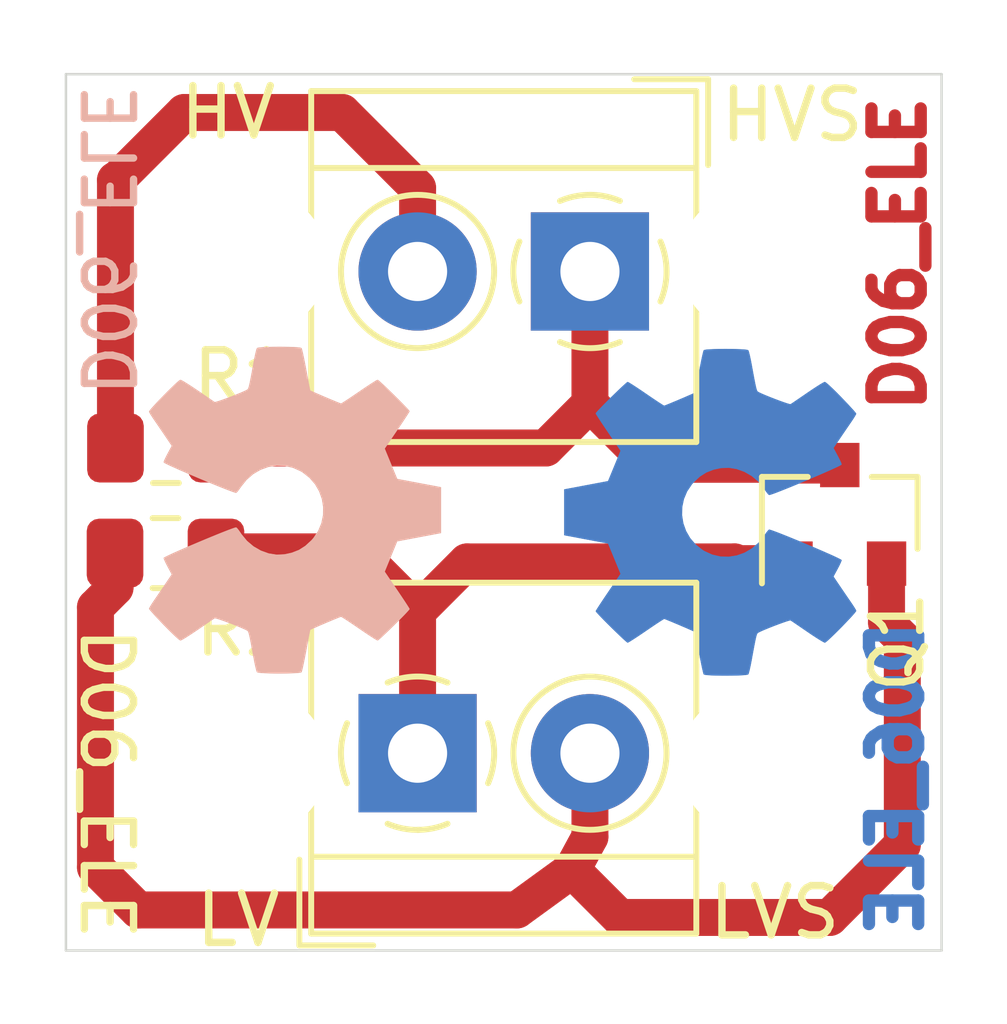
<source format=kicad_pcb>
(kicad_pcb (version 20171130) (host pcbnew 5.1.5-52549c5~86~ubuntu18.04.1)

  (general
    (thickness 1.6)
    (drawings 12)
    (tracks 38)
    (zones 0)
    (modules 11)
    (nets 5)
  )

  (page A4)
  (title_block
    (title "D06 ELECTRONIC")
    (company Galopago)
  )

  (layers
    (0 F.Cu signal)
    (31 B.Cu signal)
    (32 B.Adhes user)
    (33 F.Adhes user)
    (34 B.Paste user)
    (35 F.Paste user)
    (36 B.SilkS user)
    (37 F.SilkS user)
    (38 B.Mask user)
    (39 F.Mask user)
    (40 Dwgs.User user)
    (41 Cmts.User user)
    (42 Eco1.User user)
    (43 Eco2.User user)
    (44 Edge.Cuts user)
    (45 Margin user)
    (46 B.CrtYd user)
    (47 F.CrtYd user)
    (48 B.Fab user)
    (49 F.Fab user)
  )

  (setup
    (last_trace_width 0.75)
    (trace_clearance 0.2)
    (zone_clearance 0.508)
    (zone_45_only no)
    (trace_min 0.2)
    (via_size 0.8)
    (via_drill 0.4)
    (via_min_size 0.4)
    (via_min_drill 0.3)
    (uvia_size 0.3)
    (uvia_drill 0.1)
    (uvias_allowed no)
    (uvia_min_size 0.2)
    (uvia_min_drill 0.1)
    (edge_width 0.05)
    (segment_width 0.2)
    (pcb_text_width 0.3)
    (pcb_text_size 1.5 1.5)
    (mod_edge_width 0.12)
    (mod_text_size 1 1)
    (mod_text_width 0.15)
    (pad_size 3 3)
    (pad_drill 3)
    (pad_to_mask_clearance 0.051)
    (solder_mask_min_width 0.25)
    (aux_axis_origin 0 0)
    (visible_elements FFFFFF7F)
    (pcbplotparams
      (layerselection 0x010fc_ffffffff)
      (usegerberextensions false)
      (usegerberattributes false)
      (usegerberadvancedattributes false)
      (creategerberjobfile false)
      (excludeedgelayer true)
      (linewidth 0.100000)
      (plotframeref false)
      (viasonmask false)
      (mode 1)
      (useauxorigin false)
      (hpglpennumber 1)
      (hpglpenspeed 20)
      (hpglpendiameter 15.000000)
      (psnegative false)
      (psa4output false)
      (plotreference true)
      (plotvalue true)
      (plotinvisibletext false)
      (padsonsilk false)
      (subtractmaskfromsilk false)
      (outputformat 1)
      (mirror false)
      (drillshape 0)
      (scaleselection 1)
      (outputdirectory "gerber/single/"))
  )

  (net 0 "")
  (net 1 "Net-(J4-Pad2)")
  (net 2 "Net-(J4-Pad1)")
  (net 3 "Net-(J5-Pad2)")
  (net 4 "Net-(J5-Pad1)")

  (net_class Default "This is the default net class."
    (clearance 0.2)
    (trace_width 0.75)
    (via_dia 0.8)
    (via_drill 0.4)
    (uvia_dia 0.3)
    (uvia_drill 0.1)
    (add_net "Net-(J4-Pad1)")
    (add_net "Net-(J4-Pad2)")
    (add_net "Net-(J5-Pad1)")
    (add_net "Net-(J5-Pad2)")
  )

  (module Symbol:OSHW-Symbol_6.7x6mm_Copper (layer B.Cu) (tedit 0) (tstamp 5F868198)
    (at 33.0962 28.8798 270)
    (descr "Open Source Hardware Symbol")
    (tags "Logo Symbol OSHW")
    (attr virtual)
    (fp_text reference REF** (at 0 0 90) (layer B.SilkS) hide
      (effects (font (size 1 1) (thickness 0.15)) (justify mirror))
    )
    (fp_text value OSHW-Symbol_6.7x6mm_Copper (at 0.75 0 90) (layer B.Fab) hide
      (effects (font (size 1 1) (thickness 0.15)) (justify mirror))
    )
    (fp_poly (pts (xy 0.555814 2.531069) (xy 0.639635 2.086445) (xy 0.94892 1.958947) (xy 1.258206 1.831449)
      (xy 1.629246 2.083754) (xy 1.733157 2.154004) (xy 1.827087 2.216728) (xy 1.906652 2.269062)
      (xy 1.96747 2.308143) (xy 2.005157 2.331107) (xy 2.015421 2.336058) (xy 2.03391 2.323324)
      (xy 2.07342 2.288118) (xy 2.129522 2.234938) (xy 2.197787 2.168282) (xy 2.273786 2.092646)
      (xy 2.353092 2.012528) (xy 2.431275 1.932426) (xy 2.503907 1.856836) (xy 2.566559 1.790255)
      (xy 2.614803 1.737182) (xy 2.64421 1.702113) (xy 2.651241 1.690377) (xy 2.641123 1.66874)
      (xy 2.612759 1.621338) (xy 2.569129 1.552807) (xy 2.513218 1.467785) (xy 2.448006 1.370907)
      (xy 2.410219 1.31565) (xy 2.341343 1.214752) (xy 2.28014 1.123701) (xy 2.229578 1.04703)
      (xy 2.192628 0.989272) (xy 2.172258 0.954957) (xy 2.169197 0.947746) (xy 2.176136 0.927252)
      (xy 2.195051 0.879487) (xy 2.223087 0.811168) (xy 2.257391 0.729011) (xy 2.295109 0.63973)
      (xy 2.333387 0.550042) (xy 2.36937 0.466662) (xy 2.400206 0.396306) (xy 2.423039 0.34569)
      (xy 2.435017 0.321529) (xy 2.435724 0.320578) (xy 2.454531 0.315964) (xy 2.504618 0.305672)
      (xy 2.580793 0.290713) (xy 2.677865 0.272099) (xy 2.790643 0.250841) (xy 2.856442 0.238582)
      (xy 2.97695 0.215638) (xy 3.085797 0.193805) (xy 3.177476 0.174278) (xy 3.246481 0.158252)
      (xy 3.287304 0.146921) (xy 3.295511 0.143326) (xy 3.303548 0.118994) (xy 3.310033 0.064041)
      (xy 3.31497 -0.015108) (xy 3.318364 -0.112026) (xy 3.320218 -0.220287) (xy 3.320538 -0.333465)
      (xy 3.319327 -0.445135) (xy 3.31659 -0.548868) (xy 3.312331 -0.638241) (xy 3.306555 -0.706826)
      (xy 3.299267 -0.748197) (xy 3.294895 -0.75681) (xy 3.268764 -0.767133) (xy 3.213393 -0.781892)
      (xy 3.136107 -0.799352) (xy 3.04423 -0.81778) (xy 3.012158 -0.823741) (xy 2.857524 -0.852066)
      (xy 2.735375 -0.874876) (xy 2.641673 -0.89308) (xy 2.572384 -0.907583) (xy 2.523471 -0.919292)
      (xy 2.490897 -0.929115) (xy 2.470628 -0.937956) (xy 2.458626 -0.946724) (xy 2.456947 -0.948457)
      (xy 2.440184 -0.976371) (xy 2.414614 -1.030695) (xy 2.382788 -1.104777) (xy 2.34726 -1.191965)
      (xy 2.310583 -1.285608) (xy 2.275311 -1.379052) (xy 2.243996 -1.465647) (xy 2.219193 -1.53874)
      (xy 2.203454 -1.591678) (xy 2.199332 -1.617811) (xy 2.199676 -1.618726) (xy 2.213641 -1.640086)
      (xy 2.245322 -1.687084) (xy 2.291391 -1.754827) (xy 2.348518 -1.838423) (xy 2.413373 -1.932982)
      (xy 2.431843 -1.959854) (xy 2.497699 -2.057275) (xy 2.55565 -2.146163) (xy 2.602538 -2.221412)
      (xy 2.635207 -2.27792) (xy 2.6505 -2.310581) (xy 2.651241 -2.314593) (xy 2.638392 -2.335684)
      (xy 2.602888 -2.377464) (xy 2.549293 -2.435445) (xy 2.482171 -2.505135) (xy 2.406087 -2.582045)
      (xy 2.325604 -2.661683) (xy 2.245287 -2.739561) (xy 2.169699 -2.811186) (xy 2.103405 -2.87207)
      (xy 2.050969 -2.917721) (xy 2.016955 -2.94365) (xy 2.007545 -2.947883) (xy 1.985643 -2.937912)
      (xy 1.9408 -2.91102) (xy 1.880321 -2.871736) (xy 1.833789 -2.840117) (xy 1.749475 -2.782098)
      (xy 1.649626 -2.713784) (xy 1.549473 -2.645579) (xy 1.495627 -2.609075) (xy 1.313371 -2.4858)
      (xy 1.160381 -2.56852) (xy 1.090682 -2.604759) (xy 1.031414 -2.632926) (xy 0.991311 -2.648991)
      (xy 0.981103 -2.651226) (xy 0.968829 -2.634722) (xy 0.944613 -2.588082) (xy 0.910263 -2.515609)
      (xy 0.867588 -2.421606) (xy 0.818394 -2.310374) (xy 0.76449 -2.186215) (xy 0.707684 -2.053432)
      (xy 0.649782 -1.916327) (xy 0.592593 -1.779202) (xy 0.537924 -1.646358) (xy 0.487584 -1.522098)
      (xy 0.44338 -1.410725) (xy 0.407119 -1.316539) (xy 0.380609 -1.243844) (xy 0.365658 -1.196941)
      (xy 0.363254 -1.180833) (xy 0.382311 -1.160286) (xy 0.424036 -1.126933) (xy 0.479706 -1.087702)
      (xy 0.484378 -1.084599) (xy 0.628264 -0.969423) (xy 0.744283 -0.835053) (xy 0.83143 -0.685784)
      (xy 0.888699 -0.525913) (xy 0.915086 -0.359737) (xy 0.909585 -0.191552) (xy 0.87119 -0.025655)
      (xy 0.798895 0.133658) (xy 0.777626 0.168513) (xy 0.666996 0.309263) (xy 0.536302 0.422286)
      (xy 0.390064 0.506997) (xy 0.232808 0.562806) (xy 0.069057 0.589126) (xy -0.096667 0.58537)
      (xy -0.259838 0.55095) (xy -0.415935 0.485277) (xy -0.560433 0.387765) (xy -0.605131 0.348187)
      (xy -0.718888 0.224297) (xy -0.801782 0.093876) (xy -0.858644 -0.052315) (xy -0.890313 -0.197088)
      (xy -0.898131 -0.35986) (xy -0.872062 -0.52344) (xy -0.814755 -0.682298) (xy -0.728856 -0.830906)
      (xy -0.617014 -0.963735) (xy -0.481877 -1.075256) (xy -0.464117 -1.087011) (xy -0.40785 -1.125508)
      (xy -0.365077 -1.158863) (xy -0.344628 -1.18016) (xy -0.344331 -1.180833) (xy -0.348721 -1.203871)
      (xy -0.366124 -1.256157) (xy -0.394732 -1.33339) (xy -0.432735 -1.431268) (xy -0.478326 -1.545491)
      (xy -0.529697 -1.671758) (xy -0.585038 -1.805767) (xy -0.642542 -1.943218) (xy -0.700399 -2.079808)
      (xy -0.756802 -2.211237) (xy -0.809942 -2.333205) (xy -0.85801 -2.441409) (xy -0.899199 -2.531549)
      (xy -0.931699 -2.599323) (xy -0.953703 -2.64043) (xy -0.962564 -2.651226) (xy -0.98964 -2.642819)
      (xy -1.040303 -2.620272) (xy -1.105817 -2.587613) (xy -1.141841 -2.56852) (xy -1.294832 -2.4858)
      (xy -1.477088 -2.609075) (xy -1.570125 -2.672228) (xy -1.671985 -2.741727) (xy -1.767438 -2.807165)
      (xy -1.81525 -2.840117) (xy -1.882495 -2.885273) (xy -1.939436 -2.921057) (xy -1.978646 -2.942938)
      (xy -1.991381 -2.947563) (xy -2.009917 -2.935085) (xy -2.050941 -2.900252) (xy -2.110475 -2.846678)
      (xy -2.184542 -2.777983) (xy -2.269165 -2.697781) (xy -2.322685 -2.646286) (xy -2.416319 -2.554286)
      (xy -2.497241 -2.471999) (xy -2.562177 -2.402945) (xy -2.607858 -2.350644) (xy -2.631011 -2.318616)
      (xy -2.633232 -2.312116) (xy -2.622924 -2.287394) (xy -2.594439 -2.237405) (xy -2.550937 -2.167212)
      (xy -2.495577 -2.081875) (xy -2.43152 -1.986456) (xy -2.413303 -1.959854) (xy -2.346927 -1.863167)
      (xy -2.287378 -1.776117) (xy -2.237984 -1.703595) (xy -2.202075 -1.650493) (xy -2.182981 -1.621703)
      (xy -2.181136 -1.618726) (xy -2.183895 -1.595782) (xy -2.198538 -1.545336) (xy -2.222513 -1.474041)
      (xy -2.253266 -1.388547) (xy -2.288244 -1.295507) (xy -2.324893 -1.201574) (xy -2.360661 -1.113399)
      (xy -2.392994 -1.037634) (xy -2.419338 -0.980931) (xy -2.437142 -0.949943) (xy -2.438407 -0.948457)
      (xy -2.449294 -0.939601) (xy -2.467682 -0.930843) (xy -2.497606 -0.921277) (xy -2.543103 -0.909996)
      (xy -2.608209 -0.896093) (xy -2.696961 -0.878663) (xy -2.813393 -0.856798) (xy -2.961542 -0.829591)
      (xy -2.993618 -0.823741) (xy -3.088686 -0.805374) (xy -3.171565 -0.787405) (xy -3.23493 -0.771569)
      (xy -3.271458 -0.7596) (xy -3.276356 -0.75681) (xy -3.284427 -0.732072) (xy -3.290987 -0.67679)
      (xy -3.296033 -0.597389) (xy -3.299559 -0.500296) (xy -3.301561 -0.391938) (xy -3.302036 -0.27874)
      (xy -3.300977 -0.167128) (xy -3.298382 -0.063529) (xy -3.294246 0.025632) (xy -3.288563 0.093928)
      (xy -3.281331 0.134934) (xy -3.276971 0.143326) (xy -3.252698 0.151792) (xy -3.197426 0.165565)
      (xy -3.116662 0.18345) (xy -3.015912 0.204252) (xy -2.900683 0.226777) (xy -2.837902 0.238582)
      (xy -2.718787 0.260849) (xy -2.612565 0.281021) (xy -2.524427 0.298085) (xy -2.459566 0.311031)
      (xy -2.423174 0.318845) (xy -2.417184 0.320578) (xy -2.407061 0.34011) (xy -2.385662 0.387157)
      (xy -2.355839 0.454997) (xy -2.320445 0.536909) (xy -2.282332 0.626172) (xy -2.244353 0.716065)
      (xy -2.20936 0.799865) (xy -2.180206 0.870853) (xy -2.159743 0.922306) (xy -2.150823 0.947503)
      (xy -2.150657 0.948604) (xy -2.160769 0.968481) (xy -2.189117 1.014223) (xy -2.232723 1.081283)
      (xy -2.288606 1.165116) (xy -2.353787 1.261174) (xy -2.391679 1.31635) (xy -2.460725 1.417519)
      (xy -2.52205 1.50937) (xy -2.572663 1.587256) (xy -2.609571 1.646531) (xy -2.629782 1.682549)
      (xy -2.632701 1.690623) (xy -2.620153 1.709416) (xy -2.585463 1.749543) (xy -2.533063 1.806507)
      (xy -2.467384 1.875815) (xy -2.392856 1.952969) (xy -2.313913 2.033475) (xy -2.234983 2.112837)
      (xy -2.1605 2.18656) (xy -2.094894 2.250148) (xy -2.042596 2.299106) (xy -2.008039 2.328939)
      (xy -1.996478 2.336058) (xy -1.977654 2.326047) (xy -1.932631 2.297922) (xy -1.865787 2.254546)
      (xy -1.781499 2.198782) (xy -1.684144 2.133494) (xy -1.610707 2.083754) (xy -1.239667 1.831449)
      (xy -0.621095 2.086445) (xy -0.537275 2.531069) (xy -0.453454 2.975693) (xy 0.471994 2.975693)
      (xy 0.555814 2.531069)) (layer B.Cu) (width 0.01))
  )

  (module Symbol:OSHW-Symbol_6.7x6mm_SilkScreen (layer B.Cu) (tedit 0) (tstamp 5F867D2C)
    (at 24.638 28.8544 90)
    (descr "Open Source Hardware Symbol")
    (tags "Logo Symbol OSHW")
    (attr virtual)
    (fp_text reference REF** (at 0 0 90) (layer B.SilkS) hide
      (effects (font (size 1 1) (thickness 0.15)) (justify mirror))
    )
    (fp_text value OSHW-Symbol_6.7x6mm_SilkScreen (at 0.75 0 90) (layer B.Fab) hide
      (effects (font (size 1 1) (thickness 0.15)) (justify mirror))
    )
    (fp_poly (pts (xy 0.555814 2.531069) (xy 0.639635 2.086445) (xy 0.94892 1.958947) (xy 1.258206 1.831449)
      (xy 1.629246 2.083754) (xy 1.733157 2.154004) (xy 1.827087 2.216728) (xy 1.906652 2.269062)
      (xy 1.96747 2.308143) (xy 2.005157 2.331107) (xy 2.015421 2.336058) (xy 2.03391 2.323324)
      (xy 2.07342 2.288118) (xy 2.129522 2.234938) (xy 2.197787 2.168282) (xy 2.273786 2.092646)
      (xy 2.353092 2.012528) (xy 2.431275 1.932426) (xy 2.503907 1.856836) (xy 2.566559 1.790255)
      (xy 2.614803 1.737182) (xy 2.64421 1.702113) (xy 2.651241 1.690377) (xy 2.641123 1.66874)
      (xy 2.612759 1.621338) (xy 2.569129 1.552807) (xy 2.513218 1.467785) (xy 2.448006 1.370907)
      (xy 2.410219 1.31565) (xy 2.341343 1.214752) (xy 2.28014 1.123701) (xy 2.229578 1.04703)
      (xy 2.192628 0.989272) (xy 2.172258 0.954957) (xy 2.169197 0.947746) (xy 2.176136 0.927252)
      (xy 2.195051 0.879487) (xy 2.223087 0.811168) (xy 2.257391 0.729011) (xy 2.295109 0.63973)
      (xy 2.333387 0.550042) (xy 2.36937 0.466662) (xy 2.400206 0.396306) (xy 2.423039 0.34569)
      (xy 2.435017 0.321529) (xy 2.435724 0.320578) (xy 2.454531 0.315964) (xy 2.504618 0.305672)
      (xy 2.580793 0.290713) (xy 2.677865 0.272099) (xy 2.790643 0.250841) (xy 2.856442 0.238582)
      (xy 2.97695 0.215638) (xy 3.085797 0.193805) (xy 3.177476 0.174278) (xy 3.246481 0.158252)
      (xy 3.287304 0.146921) (xy 3.295511 0.143326) (xy 3.303548 0.118994) (xy 3.310033 0.064041)
      (xy 3.31497 -0.015108) (xy 3.318364 -0.112026) (xy 3.320218 -0.220287) (xy 3.320538 -0.333465)
      (xy 3.319327 -0.445135) (xy 3.31659 -0.548868) (xy 3.312331 -0.638241) (xy 3.306555 -0.706826)
      (xy 3.299267 -0.748197) (xy 3.294895 -0.75681) (xy 3.268764 -0.767133) (xy 3.213393 -0.781892)
      (xy 3.136107 -0.799352) (xy 3.04423 -0.81778) (xy 3.012158 -0.823741) (xy 2.857524 -0.852066)
      (xy 2.735375 -0.874876) (xy 2.641673 -0.89308) (xy 2.572384 -0.907583) (xy 2.523471 -0.919292)
      (xy 2.490897 -0.929115) (xy 2.470628 -0.937956) (xy 2.458626 -0.946724) (xy 2.456947 -0.948457)
      (xy 2.440184 -0.976371) (xy 2.414614 -1.030695) (xy 2.382788 -1.104777) (xy 2.34726 -1.191965)
      (xy 2.310583 -1.285608) (xy 2.275311 -1.379052) (xy 2.243996 -1.465647) (xy 2.219193 -1.53874)
      (xy 2.203454 -1.591678) (xy 2.199332 -1.617811) (xy 2.199676 -1.618726) (xy 2.213641 -1.640086)
      (xy 2.245322 -1.687084) (xy 2.291391 -1.754827) (xy 2.348518 -1.838423) (xy 2.413373 -1.932982)
      (xy 2.431843 -1.959854) (xy 2.497699 -2.057275) (xy 2.55565 -2.146163) (xy 2.602538 -2.221412)
      (xy 2.635207 -2.27792) (xy 2.6505 -2.310581) (xy 2.651241 -2.314593) (xy 2.638392 -2.335684)
      (xy 2.602888 -2.377464) (xy 2.549293 -2.435445) (xy 2.482171 -2.505135) (xy 2.406087 -2.582045)
      (xy 2.325604 -2.661683) (xy 2.245287 -2.739561) (xy 2.169699 -2.811186) (xy 2.103405 -2.87207)
      (xy 2.050969 -2.917721) (xy 2.016955 -2.94365) (xy 2.007545 -2.947883) (xy 1.985643 -2.937912)
      (xy 1.9408 -2.91102) (xy 1.880321 -2.871736) (xy 1.833789 -2.840117) (xy 1.749475 -2.782098)
      (xy 1.649626 -2.713784) (xy 1.549473 -2.645579) (xy 1.495627 -2.609075) (xy 1.313371 -2.4858)
      (xy 1.160381 -2.56852) (xy 1.090682 -2.604759) (xy 1.031414 -2.632926) (xy 0.991311 -2.648991)
      (xy 0.981103 -2.651226) (xy 0.968829 -2.634722) (xy 0.944613 -2.588082) (xy 0.910263 -2.515609)
      (xy 0.867588 -2.421606) (xy 0.818394 -2.310374) (xy 0.76449 -2.186215) (xy 0.707684 -2.053432)
      (xy 0.649782 -1.916327) (xy 0.592593 -1.779202) (xy 0.537924 -1.646358) (xy 0.487584 -1.522098)
      (xy 0.44338 -1.410725) (xy 0.407119 -1.316539) (xy 0.380609 -1.243844) (xy 0.365658 -1.196941)
      (xy 0.363254 -1.180833) (xy 0.382311 -1.160286) (xy 0.424036 -1.126933) (xy 0.479706 -1.087702)
      (xy 0.484378 -1.084599) (xy 0.628264 -0.969423) (xy 0.744283 -0.835053) (xy 0.83143 -0.685784)
      (xy 0.888699 -0.525913) (xy 0.915086 -0.359737) (xy 0.909585 -0.191552) (xy 0.87119 -0.025655)
      (xy 0.798895 0.133658) (xy 0.777626 0.168513) (xy 0.666996 0.309263) (xy 0.536302 0.422286)
      (xy 0.390064 0.506997) (xy 0.232808 0.562806) (xy 0.069057 0.589126) (xy -0.096667 0.58537)
      (xy -0.259838 0.55095) (xy -0.415935 0.485277) (xy -0.560433 0.387765) (xy -0.605131 0.348187)
      (xy -0.718888 0.224297) (xy -0.801782 0.093876) (xy -0.858644 -0.052315) (xy -0.890313 -0.197088)
      (xy -0.898131 -0.35986) (xy -0.872062 -0.52344) (xy -0.814755 -0.682298) (xy -0.728856 -0.830906)
      (xy -0.617014 -0.963735) (xy -0.481877 -1.075256) (xy -0.464117 -1.087011) (xy -0.40785 -1.125508)
      (xy -0.365077 -1.158863) (xy -0.344628 -1.18016) (xy -0.344331 -1.180833) (xy -0.348721 -1.203871)
      (xy -0.366124 -1.256157) (xy -0.394732 -1.33339) (xy -0.432735 -1.431268) (xy -0.478326 -1.545491)
      (xy -0.529697 -1.671758) (xy -0.585038 -1.805767) (xy -0.642542 -1.943218) (xy -0.700399 -2.079808)
      (xy -0.756802 -2.211237) (xy -0.809942 -2.333205) (xy -0.85801 -2.441409) (xy -0.899199 -2.531549)
      (xy -0.931699 -2.599323) (xy -0.953703 -2.64043) (xy -0.962564 -2.651226) (xy -0.98964 -2.642819)
      (xy -1.040303 -2.620272) (xy -1.105817 -2.587613) (xy -1.141841 -2.56852) (xy -1.294832 -2.4858)
      (xy -1.477088 -2.609075) (xy -1.570125 -2.672228) (xy -1.671985 -2.741727) (xy -1.767438 -2.807165)
      (xy -1.81525 -2.840117) (xy -1.882495 -2.885273) (xy -1.939436 -2.921057) (xy -1.978646 -2.942938)
      (xy -1.991381 -2.947563) (xy -2.009917 -2.935085) (xy -2.050941 -2.900252) (xy -2.110475 -2.846678)
      (xy -2.184542 -2.777983) (xy -2.269165 -2.697781) (xy -2.322685 -2.646286) (xy -2.416319 -2.554286)
      (xy -2.497241 -2.471999) (xy -2.562177 -2.402945) (xy -2.607858 -2.350644) (xy -2.631011 -2.318616)
      (xy -2.633232 -2.312116) (xy -2.622924 -2.287394) (xy -2.594439 -2.237405) (xy -2.550937 -2.167212)
      (xy -2.495577 -2.081875) (xy -2.43152 -1.986456) (xy -2.413303 -1.959854) (xy -2.346927 -1.863167)
      (xy -2.287378 -1.776117) (xy -2.237984 -1.703595) (xy -2.202075 -1.650493) (xy -2.182981 -1.621703)
      (xy -2.181136 -1.618726) (xy -2.183895 -1.595782) (xy -2.198538 -1.545336) (xy -2.222513 -1.474041)
      (xy -2.253266 -1.388547) (xy -2.288244 -1.295507) (xy -2.324893 -1.201574) (xy -2.360661 -1.113399)
      (xy -2.392994 -1.037634) (xy -2.419338 -0.980931) (xy -2.437142 -0.949943) (xy -2.438407 -0.948457)
      (xy -2.449294 -0.939601) (xy -2.467682 -0.930843) (xy -2.497606 -0.921277) (xy -2.543103 -0.909996)
      (xy -2.608209 -0.896093) (xy -2.696961 -0.878663) (xy -2.813393 -0.856798) (xy -2.961542 -0.829591)
      (xy -2.993618 -0.823741) (xy -3.088686 -0.805374) (xy -3.171565 -0.787405) (xy -3.23493 -0.771569)
      (xy -3.271458 -0.7596) (xy -3.276356 -0.75681) (xy -3.284427 -0.732072) (xy -3.290987 -0.67679)
      (xy -3.296033 -0.597389) (xy -3.299559 -0.500296) (xy -3.301561 -0.391938) (xy -3.302036 -0.27874)
      (xy -3.300977 -0.167128) (xy -3.298382 -0.063529) (xy -3.294246 0.025632) (xy -3.288563 0.093928)
      (xy -3.281331 0.134934) (xy -3.276971 0.143326) (xy -3.252698 0.151792) (xy -3.197426 0.165565)
      (xy -3.116662 0.18345) (xy -3.015912 0.204252) (xy -2.900683 0.226777) (xy -2.837902 0.238582)
      (xy -2.718787 0.260849) (xy -2.612565 0.281021) (xy -2.524427 0.298085) (xy -2.459566 0.311031)
      (xy -2.423174 0.318845) (xy -2.417184 0.320578) (xy -2.407061 0.34011) (xy -2.385662 0.387157)
      (xy -2.355839 0.454997) (xy -2.320445 0.536909) (xy -2.282332 0.626172) (xy -2.244353 0.716065)
      (xy -2.20936 0.799865) (xy -2.180206 0.870853) (xy -2.159743 0.922306) (xy -2.150823 0.947503)
      (xy -2.150657 0.948604) (xy -2.160769 0.968481) (xy -2.189117 1.014223) (xy -2.232723 1.081283)
      (xy -2.288606 1.165116) (xy -2.353787 1.261174) (xy -2.391679 1.31635) (xy -2.460725 1.417519)
      (xy -2.52205 1.50937) (xy -2.572663 1.587256) (xy -2.609571 1.646531) (xy -2.629782 1.682549)
      (xy -2.632701 1.690623) (xy -2.620153 1.709416) (xy -2.585463 1.749543) (xy -2.533063 1.806507)
      (xy -2.467384 1.875815) (xy -2.392856 1.952969) (xy -2.313913 2.033475) (xy -2.234983 2.112837)
      (xy -2.1605 2.18656) (xy -2.094894 2.250148) (xy -2.042596 2.299106) (xy -2.008039 2.328939)
      (xy -1.996478 2.336058) (xy -1.977654 2.326047) (xy -1.932631 2.297922) (xy -1.865787 2.254546)
      (xy -1.781499 2.198782) (xy -1.684144 2.133494) (xy -1.610707 2.083754) (xy -1.239667 1.831449)
      (xy -0.621095 2.086445) (xy -0.537275 2.531069) (xy -0.453454 2.975693) (xy 0.471994 2.975693)
      (xy 0.555814 2.531069)) (layer B.SilkS) (width 0.01))
  )

  (module Resistor_SMD:R_0805_2012Metric_Pad1.15x1.40mm_HandSolder (layer F.Cu) (tedit 5B36C52B) (tstamp 5F865FC5)
    (at 22.0218 29.718 180)
    (descr "Resistor SMD 0805 (2012 Metric), square (rectangular) end terminal, IPC_7351 nominal with elongated pad for handsoldering. (Body size source: https://docs.google.com/spreadsheets/d/1BsfQQcO9C6DZCsRaXUlFlo91Tg2WpOkGARC1WS5S8t0/edit?usp=sharing), generated with kicad-footprint-generator")
    (tags "resistor handsolder")
    (path /5F8ABD5D)
    (attr smd)
    (fp_text reference R2 (at -1.6002 -1.5494) (layer F.SilkS)
      (effects (font (size 1 1) (thickness 0.15)))
    )
    (fp_text value R (at 0 1.65) (layer F.Fab)
      (effects (font (size 1 1) (thickness 0.15)))
    )
    (fp_text user %R (at 0 0) (layer F.Fab)
      (effects (font (size 0.5 0.5) (thickness 0.08)))
    )
    (fp_line (start 1.85 0.95) (end -1.85 0.95) (layer F.CrtYd) (width 0.05))
    (fp_line (start 1.85 -0.95) (end 1.85 0.95) (layer F.CrtYd) (width 0.05))
    (fp_line (start -1.85 -0.95) (end 1.85 -0.95) (layer F.CrtYd) (width 0.05))
    (fp_line (start -1.85 0.95) (end -1.85 -0.95) (layer F.CrtYd) (width 0.05))
    (fp_line (start -0.261252 0.71) (end 0.261252 0.71) (layer F.SilkS) (width 0.12))
    (fp_line (start -0.261252 -0.71) (end 0.261252 -0.71) (layer F.SilkS) (width 0.12))
    (fp_line (start 1 0.6) (end -1 0.6) (layer F.Fab) (width 0.1))
    (fp_line (start 1 -0.6) (end 1 0.6) (layer F.Fab) (width 0.1))
    (fp_line (start -1 -0.6) (end 1 -0.6) (layer F.Fab) (width 0.1))
    (fp_line (start -1 0.6) (end -1 -0.6) (layer F.Fab) (width 0.1))
    (pad 2 smd roundrect (at 1.025 0 180) (size 1.15 1.4) (layers F.Cu F.Paste F.Mask) (roundrect_rratio 0.217391)
      (net 1 "Net-(J4-Pad2)"))
    (pad 1 smd roundrect (at -1.025 0 180) (size 1.15 1.4) (layers F.Cu F.Paste F.Mask) (roundrect_rratio 0.217391)
      (net 2 "Net-(J4-Pad1)"))
    (model ${KISYS3DMOD}/Resistor_SMD.3dshapes/R_0805_2012Metric.wrl
      (at (xyz 0 0 0))
      (scale (xyz 1 1 1))
      (rotate (xyz 0 0 0))
    )
  )

  (module Resistor_SMD:R_0805_2012Metric_Pad1.15x1.40mm_HandSolder (layer F.Cu) (tedit 5B36C52B) (tstamp 5F865ECE)
    (at 22.0308 27.5844)
    (descr "Resistor SMD 0805 (2012 Metric), square (rectangular) end terminal, IPC_7351 nominal with elongated pad for handsoldering. (Body size source: https://docs.google.com/spreadsheets/d/1BsfQQcO9C6DZCsRaXUlFlo91Tg2WpOkGARC1WS5S8t0/edit?usp=sharing), generated with kicad-footprint-generator")
    (tags "resistor handsolder")
    (path /5F8A8780)
    (attr smd)
    (fp_text reference R1 (at 1.5404 -1.4478) (layer F.SilkS)
      (effects (font (size 1 1) (thickness 0.15)))
    )
    (fp_text value R (at 0 1.65) (layer F.Fab)
      (effects (font (size 1 1) (thickness 0.15)))
    )
    (fp_text user %R (at 0 0) (layer F.Fab)
      (effects (font (size 0.5 0.5) (thickness 0.08)))
    )
    (fp_line (start 1.85 0.95) (end -1.85 0.95) (layer F.CrtYd) (width 0.05))
    (fp_line (start 1.85 -0.95) (end 1.85 0.95) (layer F.CrtYd) (width 0.05))
    (fp_line (start -1.85 -0.95) (end 1.85 -0.95) (layer F.CrtYd) (width 0.05))
    (fp_line (start -1.85 0.95) (end -1.85 -0.95) (layer F.CrtYd) (width 0.05))
    (fp_line (start -0.261252 0.71) (end 0.261252 0.71) (layer F.SilkS) (width 0.12))
    (fp_line (start -0.261252 -0.71) (end 0.261252 -0.71) (layer F.SilkS) (width 0.12))
    (fp_line (start 1 0.6) (end -1 0.6) (layer F.Fab) (width 0.1))
    (fp_line (start 1 -0.6) (end 1 0.6) (layer F.Fab) (width 0.1))
    (fp_line (start -1 -0.6) (end 1 -0.6) (layer F.Fab) (width 0.1))
    (fp_line (start -1 0.6) (end -1 -0.6) (layer F.Fab) (width 0.1))
    (pad 2 smd roundrect (at 1.025 0) (size 1.15 1.4) (layers F.Cu F.Paste F.Mask) (roundrect_rratio 0.217391)
      (net 4 "Net-(J5-Pad1)"))
    (pad 1 smd roundrect (at -1.025 0) (size 1.15 1.4) (layers F.Cu F.Paste F.Mask) (roundrect_rratio 0.217391)
      (net 3 "Net-(J5-Pad2)"))
    (model ${KISYS3DMOD}/Resistor_SMD.3dshapes/R_0805_2012Metric.wrl
      (at (xyz 0 0 0))
      (scale (xyz 1 1 1))
      (rotate (xyz 0 0 0))
    )
  )

  (module Package_TO_SOT_SMD:SOT-23 (layer F.Cu) (tedit 5A02FF57) (tstamp 5F86595D)
    (at 35.7124 28.9306 90)
    (descr "SOT-23, Standard")
    (tags SOT-23)
    (path /5F863169)
    (attr smd)
    (fp_text reference Q1 (at -2.5908 1.1684 90) (layer F.SilkS)
      (effects (font (size 1 1) (thickness 0.15)))
    )
    (fp_text value BSS138 (at 0 2.5 90) (layer F.Fab)
      (effects (font (size 1 1) (thickness 0.15)))
    )
    (fp_line (start 0.76 1.58) (end -0.7 1.58) (layer F.SilkS) (width 0.12))
    (fp_line (start 0.76 -1.58) (end -1.4 -1.58) (layer F.SilkS) (width 0.12))
    (fp_line (start -1.7 1.75) (end -1.7 -1.75) (layer F.CrtYd) (width 0.05))
    (fp_line (start 1.7 1.75) (end -1.7 1.75) (layer F.CrtYd) (width 0.05))
    (fp_line (start 1.7 -1.75) (end 1.7 1.75) (layer F.CrtYd) (width 0.05))
    (fp_line (start -1.7 -1.75) (end 1.7 -1.75) (layer F.CrtYd) (width 0.05))
    (fp_line (start 0.76 -1.58) (end 0.76 -0.65) (layer F.SilkS) (width 0.12))
    (fp_line (start 0.76 1.58) (end 0.76 0.65) (layer F.SilkS) (width 0.12))
    (fp_line (start -0.7 1.52) (end 0.7 1.52) (layer F.Fab) (width 0.1))
    (fp_line (start 0.7 -1.52) (end 0.7 1.52) (layer F.Fab) (width 0.1))
    (fp_line (start -0.7 -0.95) (end -0.15 -1.52) (layer F.Fab) (width 0.1))
    (fp_line (start -0.15 -1.52) (end 0.7 -1.52) (layer F.Fab) (width 0.1))
    (fp_line (start -0.7 -0.95) (end -0.7 1.5) (layer F.Fab) (width 0.1))
    (fp_text user %R (at 0 0) (layer F.Fab)
      (effects (font (size 0.5 0.5) (thickness 0.075)))
    )
    (pad 3 smd rect (at 1 0 90) (size 0.9 0.8) (layers F.Cu F.Paste F.Mask)
      (net 4 "Net-(J5-Pad1)"))
    (pad 2 smd rect (at -1 0.95 90) (size 0.9 0.8) (layers F.Cu F.Paste F.Mask)
      (net 1 "Net-(J4-Pad2)"))
    (pad 1 smd rect (at -1 -0.95 90) (size 0.9 0.8) (layers F.Cu F.Paste F.Mask)
      (net 2 "Net-(J4-Pad1)"))
    (model ${KISYS3DMOD}/Package_TO_SOT_SMD.3dshapes/SOT-23.wrl
      (at (xyz 0 0 0))
      (scale (xyz 1 1 1))
      (rotate (xyz 0 0 0))
    )
  )

  (module TerminalBlock_4Ucon:TerminalBlock_4Ucon_1x02_P3.50mm_Horizontal (layer F.Cu) (tedit 5B294E91) (tstamp 5F865948)
    (at 30.64 24.003 180)
    (descr "Terminal Block 4Ucon ItemNo. 19963, 2 pins, pitch 3.5mm, size 7.7x7mm^2, drill diamater 1.2mm, pad diameter 2.4mm, see http://www.4uconnector.com/online/object/4udrawing/19963.pdf, script-generated using https://github.com/pointhi/kicad-footprint-generator/scripts/TerminalBlock_4Ucon")
    (tags "THT Terminal Block 4Ucon ItemNo. 19963 pitch 3.5mm size 7.7x7mm^2 drill 1.2mm pad 2.4mm")
    (path /5F8A503D)
    (fp_text reference J5 (at 3.6144 -4.6228) (layer F.SilkS) hide
      (effects (font (size 1 1) (thickness 0.15)))
    )
    (fp_text value Conn_01x02_Female (at 1.75 4.66) (layer F.Fab)
      (effects (font (size 1 1) (thickness 0.15)))
    )
    (fp_text user %R (at 1.75 2.9) (layer F.Fab)
      (effects (font (size 1 1) (thickness 0.15)))
    )
    (fp_line (start 6.1 -3.9) (end -2.6 -3.9) (layer F.CrtYd) (width 0.05))
    (fp_line (start 6.1 4.1) (end 6.1 -3.9) (layer F.CrtYd) (width 0.05))
    (fp_line (start -2.6 4.1) (end 6.1 4.1) (layer F.CrtYd) (width 0.05))
    (fp_line (start -2.6 -3.9) (end -2.6 4.1) (layer F.CrtYd) (width 0.05))
    (fp_line (start -2.4 3.9) (end -0.9 3.9) (layer F.SilkS) (width 0.12))
    (fp_line (start -2.4 2.16) (end -2.4 3.9) (layer F.SilkS) (width 0.12))
    (fp_line (start 2.4 0.069) (end 2.4 -0.069) (layer F.Fab) (width 0.1))
    (fp_line (start 3.431 0.069) (end 2.4 0.069) (layer F.Fab) (width 0.1))
    (fp_line (start 3.431 1.1) (end 3.431 0.069) (layer F.Fab) (width 0.1))
    (fp_line (start 3.569 1.1) (end 3.431 1.1) (layer F.Fab) (width 0.1))
    (fp_line (start 3.569 0.069) (end 3.569 1.1) (layer F.Fab) (width 0.1))
    (fp_line (start 4.6 0.069) (end 3.569 0.069) (layer F.Fab) (width 0.1))
    (fp_line (start 4.6 -0.069) (end 4.6 0.069) (layer F.Fab) (width 0.1))
    (fp_line (start 3.569 -0.069) (end 4.6 -0.069) (layer F.Fab) (width 0.1))
    (fp_line (start 3.569 -1.1) (end 3.569 -0.069) (layer F.Fab) (width 0.1))
    (fp_line (start 3.431 -1.1) (end 3.569 -1.1) (layer F.Fab) (width 0.1))
    (fp_line (start 3.431 -0.069) (end 3.431 -1.1) (layer F.Fab) (width 0.1))
    (fp_line (start 2.4 -0.069) (end 3.431 -0.069) (layer F.Fab) (width 0.1))
    (fp_line (start -1.1 0.069) (end -1.1 -0.069) (layer F.Fab) (width 0.1))
    (fp_line (start -0.069 0.069) (end -1.1 0.069) (layer F.Fab) (width 0.1))
    (fp_line (start -0.069 1.1) (end -0.069 0.069) (layer F.Fab) (width 0.1))
    (fp_line (start 0.069 1.1) (end -0.069 1.1) (layer F.Fab) (width 0.1))
    (fp_line (start 0.069 0.069) (end 0.069 1.1) (layer F.Fab) (width 0.1))
    (fp_line (start 1.1 0.069) (end 0.069 0.069) (layer F.Fab) (width 0.1))
    (fp_line (start 1.1 -0.069) (end 1.1 0.069) (layer F.Fab) (width 0.1))
    (fp_line (start 0.069 -0.069) (end 1.1 -0.069) (layer F.Fab) (width 0.1))
    (fp_line (start 0.069 -1.1) (end 0.069 -0.069) (layer F.Fab) (width 0.1))
    (fp_line (start -0.069 -1.1) (end 0.069 -1.1) (layer F.Fab) (width 0.1))
    (fp_line (start -0.069 -0.069) (end -0.069 -1.1) (layer F.Fab) (width 0.1))
    (fp_line (start -1.1 -0.069) (end -0.069 -0.069) (layer F.Fab) (width 0.1))
    (fp_line (start 5.66 -3.46) (end 5.66 3.66) (layer F.SilkS) (width 0.12))
    (fp_line (start -2.16 -3.46) (end -2.16 3.66) (layer F.SilkS) (width 0.12))
    (fp_line (start -2.16 3.66) (end 5.66 3.66) (layer F.SilkS) (width 0.12))
    (fp_line (start -2.16 -3.46) (end 5.66 -3.46) (layer F.SilkS) (width 0.12))
    (fp_line (start -2.16 2.1) (end 5.66 2.1) (layer F.SilkS) (width 0.12))
    (fp_line (start -2.1 2.1) (end 5.6 2.1) (layer F.Fab) (width 0.1))
    (fp_line (start -2.1 2.1) (end -2.1 -3.4) (layer F.Fab) (width 0.1))
    (fp_line (start -0.6 3.6) (end -2.1 2.1) (layer F.Fab) (width 0.1))
    (fp_line (start 5.6 3.6) (end -0.6 3.6) (layer F.Fab) (width 0.1))
    (fp_line (start 5.6 -3.4) (end 5.6 3.6) (layer F.Fab) (width 0.1))
    (fp_line (start -2.1 -3.4) (end 5.6 -3.4) (layer F.Fab) (width 0.1))
    (fp_circle (center 3.5 0) (end 5.055 0) (layer F.SilkS) (width 0.12))
    (fp_circle (center 3.5 0) (end 4.875 0) (layer F.Fab) (width 0.1))
    (fp_circle (center 0 0) (end 1.375 0) (layer F.Fab) (width 0.1))
    (fp_arc (start 0 0) (end -0.608 1.432) (angle -24) (layer F.SilkS) (width 0.12))
    (fp_arc (start 0 0) (end -1.432 -0.608) (angle -46) (layer F.SilkS) (width 0.12))
    (fp_arc (start 0 0) (end 0.608 -1.432) (angle -46) (layer F.SilkS) (width 0.12))
    (fp_arc (start 0 0) (end 1.432 0.608) (angle -46) (layer F.SilkS) (width 0.12))
    (fp_arc (start 0 0) (end 0 1.555) (angle -23) (layer F.SilkS) (width 0.12))
    (pad 2 thru_hole circle (at 3.5 0 180) (size 2.4 2.4) (drill 1.2) (layers *.Cu *.Mask)
      (net 3 "Net-(J5-Pad2)"))
    (pad 1 thru_hole rect (at 0 0 180) (size 2.4 2.4) (drill 1.2) (layers *.Cu *.Mask)
      (net 4 "Net-(J5-Pad1)"))
    (model ${KISYS3DMOD}/TerminalBlock_4Ucon.3dshapes/TerminalBlock_4Ucon_1x02_P3.50mm_Horizontal.wrl
      (at (xyz 0 0 0))
      (scale (xyz 1 1 1))
      (rotate (xyz 0 0 0))
    )
  )

  (module TerminalBlock_4Ucon:TerminalBlock_4Ucon_1x02_P3.50mm_Horizontal (layer F.Cu) (tedit 5B294E91) (tstamp 5F865910)
    (at 27.14 33.777)
    (descr "Terminal Block 4Ucon ItemNo. 19963, 2 pins, pitch 3.5mm, size 7.7x7mm^2, drill diamater 1.2mm, pad diameter 2.4mm, see http://www.4uconnector.com/online/object/4udrawing/19963.pdf, script-generated using https://github.com/pointhi/kicad-footprint-generator/scripts/TerminalBlock_4Ucon")
    (tags "THT Terminal Block 4Ucon ItemNo. 19963 pitch 3.5mm size 7.7x7mm^2 drill 1.2mm pad 2.4mm")
    (path /5F8A1583)
    (fp_text reference J4 (at 3.213 -4.567) (layer F.SilkS) hide
      (effects (font (size 1 1) (thickness 0.15)))
    )
    (fp_text value Conn_01x02_Female (at 1.75 4.66) (layer F.Fab)
      (effects (font (size 1 1) (thickness 0.15)))
    )
    (fp_text user %R (at 1.75 2.9) (layer F.Fab)
      (effects (font (size 1 1) (thickness 0.15)))
    )
    (fp_line (start 6.1 -3.9) (end -2.6 -3.9) (layer F.CrtYd) (width 0.05))
    (fp_line (start 6.1 4.1) (end 6.1 -3.9) (layer F.CrtYd) (width 0.05))
    (fp_line (start -2.6 4.1) (end 6.1 4.1) (layer F.CrtYd) (width 0.05))
    (fp_line (start -2.6 -3.9) (end -2.6 4.1) (layer F.CrtYd) (width 0.05))
    (fp_line (start -2.4 3.9) (end -0.9 3.9) (layer F.SilkS) (width 0.12))
    (fp_line (start -2.4 2.16) (end -2.4 3.9) (layer F.SilkS) (width 0.12))
    (fp_line (start 2.4 0.069) (end 2.4 -0.069) (layer F.Fab) (width 0.1))
    (fp_line (start 3.431 0.069) (end 2.4 0.069) (layer F.Fab) (width 0.1))
    (fp_line (start 3.431 1.1) (end 3.431 0.069) (layer F.Fab) (width 0.1))
    (fp_line (start 3.569 1.1) (end 3.431 1.1) (layer F.Fab) (width 0.1))
    (fp_line (start 3.569 0.069) (end 3.569 1.1) (layer F.Fab) (width 0.1))
    (fp_line (start 4.6 0.069) (end 3.569 0.069) (layer F.Fab) (width 0.1))
    (fp_line (start 4.6 -0.069) (end 4.6 0.069) (layer F.Fab) (width 0.1))
    (fp_line (start 3.569 -0.069) (end 4.6 -0.069) (layer F.Fab) (width 0.1))
    (fp_line (start 3.569 -1.1) (end 3.569 -0.069) (layer F.Fab) (width 0.1))
    (fp_line (start 3.431 -1.1) (end 3.569 -1.1) (layer F.Fab) (width 0.1))
    (fp_line (start 3.431 -0.069) (end 3.431 -1.1) (layer F.Fab) (width 0.1))
    (fp_line (start 2.4 -0.069) (end 3.431 -0.069) (layer F.Fab) (width 0.1))
    (fp_line (start -1.1 0.069) (end -1.1 -0.069) (layer F.Fab) (width 0.1))
    (fp_line (start -0.069 0.069) (end -1.1 0.069) (layer F.Fab) (width 0.1))
    (fp_line (start -0.069 1.1) (end -0.069 0.069) (layer F.Fab) (width 0.1))
    (fp_line (start 0.069 1.1) (end -0.069 1.1) (layer F.Fab) (width 0.1))
    (fp_line (start 0.069 0.069) (end 0.069 1.1) (layer F.Fab) (width 0.1))
    (fp_line (start 1.1 0.069) (end 0.069 0.069) (layer F.Fab) (width 0.1))
    (fp_line (start 1.1 -0.069) (end 1.1 0.069) (layer F.Fab) (width 0.1))
    (fp_line (start 0.069 -0.069) (end 1.1 -0.069) (layer F.Fab) (width 0.1))
    (fp_line (start 0.069 -1.1) (end 0.069 -0.069) (layer F.Fab) (width 0.1))
    (fp_line (start -0.069 -1.1) (end 0.069 -1.1) (layer F.Fab) (width 0.1))
    (fp_line (start -0.069 -0.069) (end -0.069 -1.1) (layer F.Fab) (width 0.1))
    (fp_line (start -1.1 -0.069) (end -0.069 -0.069) (layer F.Fab) (width 0.1))
    (fp_line (start 5.66 -3.46) (end 5.66 3.66) (layer F.SilkS) (width 0.12))
    (fp_line (start -2.16 -3.46) (end -2.16 3.66) (layer F.SilkS) (width 0.12))
    (fp_line (start -2.16 3.66) (end 5.66 3.66) (layer F.SilkS) (width 0.12))
    (fp_line (start -2.16 -3.46) (end 5.66 -3.46) (layer F.SilkS) (width 0.12))
    (fp_line (start -2.16 2.1) (end 5.66 2.1) (layer F.SilkS) (width 0.12))
    (fp_line (start -2.1 2.1) (end 5.6 2.1) (layer F.Fab) (width 0.1))
    (fp_line (start -2.1 2.1) (end -2.1 -3.4) (layer F.Fab) (width 0.1))
    (fp_line (start -0.6 3.6) (end -2.1 2.1) (layer F.Fab) (width 0.1))
    (fp_line (start 5.6 3.6) (end -0.6 3.6) (layer F.Fab) (width 0.1))
    (fp_line (start 5.6 -3.4) (end 5.6 3.6) (layer F.Fab) (width 0.1))
    (fp_line (start -2.1 -3.4) (end 5.6 -3.4) (layer F.Fab) (width 0.1))
    (fp_circle (center 3.5 0) (end 5.055 0) (layer F.SilkS) (width 0.12))
    (fp_circle (center 3.5 0) (end 4.875 0) (layer F.Fab) (width 0.1))
    (fp_circle (center 0 0) (end 1.375 0) (layer F.Fab) (width 0.1))
    (fp_arc (start 0 0) (end -0.608 1.432) (angle -24) (layer F.SilkS) (width 0.12))
    (fp_arc (start 0 0) (end -1.432 -0.608) (angle -46) (layer F.SilkS) (width 0.12))
    (fp_arc (start 0 0) (end 0.608 -1.432) (angle -46) (layer F.SilkS) (width 0.12))
    (fp_arc (start 0 0) (end 1.432 0.608) (angle -46) (layer F.SilkS) (width 0.12))
    (fp_arc (start 0 0) (end 0 1.555) (angle -23) (layer F.SilkS) (width 0.12))
    (pad 2 thru_hole circle (at 3.5 0) (size 2.4 2.4) (drill 1.2) (layers *.Cu *.Mask)
      (net 1 "Net-(J4-Pad2)"))
    (pad 1 thru_hole rect (at 0 0) (size 2.4 2.4) (drill 1.2) (layers *.Cu *.Mask)
      (net 2 "Net-(J4-Pad1)"))
    (model ${KISYS3DMOD}/TerminalBlock_4Ucon.3dshapes/TerminalBlock_4Ucon_1x02_P3.50mm_Horizontal.wrl
      (at (xyz 0 0 0))
      (scale (xyz 1 1 1))
      (rotate (xyz 0 0 0))
    )
  )

  (module MountingHole:MountingHole_3mm (layer F.Cu) (tedit 56D1B4CB) (tstamp 5F35EB31)
    (at 33.97 33.97)
    (descr "Mounting Hole 3mm, no annular")
    (tags "mounting hole 3mm no annular")
    (path /5F32B3EB)
    (attr virtual)
    (fp_text reference HB1 (at 0 -4) (layer F.SilkS) hide
      (effects (font (size 1 1) (thickness 0.15)))
    )
    (fp_text value MountingHole (at 0 4) (layer F.Fab)
      (effects (font (size 1 1) (thickness 0.15)))
    )
    (fp_circle (center 0 0) (end 3.25 0) (layer F.CrtYd) (width 0.05))
    (fp_circle (center 0 0) (end 3 0) (layer Cmts.User) (width 0.15))
    (fp_text user %R (at 0.3 0) (layer F.Fab)
      (effects (font (size 1 1) (thickness 0.15)))
    )
    (pad 1 np_thru_hole circle (at 0 0) (size 3 3) (drill 3) (layers *.Cu *.Mask))
  )

  (module MountingHole:MountingHole_3mm (layer F.Cu) (tedit 56D1B4CB) (tstamp 5F35EB29)
    (at 23.81 33.97)
    (descr "Mounting Hole 3mm, no annular")
    (tags "mounting hole 3mm no annular")
    (path /5F3277F5)
    (attr virtual)
    (fp_text reference HB0 (at 0 -4) (layer F.SilkS) hide
      (effects (font (size 1 1) (thickness 0.15)))
    )
    (fp_text value MountingHole (at 0 4) (layer F.Fab)
      (effects (font (size 1 1) (thickness 0.15)))
    )
    (fp_circle (center 0 0) (end 3.25 0) (layer F.CrtYd) (width 0.05))
    (fp_circle (center 0 0) (end 3 0) (layer Cmts.User) (width 0.15))
    (fp_text user %R (at 0.3 0) (layer F.Fab)
      (effects (font (size 1 1) (thickness 0.15)))
    )
    (pad 1 np_thru_hole circle (at 0 0) (size 3 3) (drill 3) (layers *.Cu *.Mask))
  )

  (module MountingHole:MountingHole_3mm (layer F.Cu) (tedit 56D1B4CB) (tstamp 5F35EAA9)
    (at 33.97 23.81)
    (descr "Mounting Hole 3mm, no annular")
    (tags "mounting hole 3mm no annular")
    (path /5F324A16)
    (attr virtual)
    (fp_text reference HA1 (at 0 -4) (layer F.SilkS) hide
      (effects (font (size 1 1) (thickness 0.15)))
    )
    (fp_text value MountingHole (at 0 4) (layer F.Fab)
      (effects (font (size 1 1) (thickness 0.15)))
    )
    (fp_circle (center 0 0) (end 3.25 0) (layer F.CrtYd) (width 0.05))
    (fp_circle (center 0 0) (end 3 0) (layer Cmts.User) (width 0.15))
    (fp_text user %R (at 0.3 0) (layer F.Fab)
      (effects (font (size 1 1) (thickness 0.15)))
    )
    (pad 1 np_thru_hole circle (at 0 0) (size 3 3) (drill 3) (layers *.Cu *.Mask))
  )

  (module MountingHole:MountingHole_3mm (layer F.Cu) (tedit 56D1B4CB) (tstamp 5F35EAA1)
    (at 23.81 23.81)
    (descr "Mounting Hole 3mm, no annular")
    (tags "mounting hole 3mm no annular")
    (path /5F323A1B)
    (attr virtual)
    (fp_text reference HA0 (at 0 -4) (layer F.SilkS) hide
      (effects (font (size 1 1) (thickness 0.15)))
    )
    (fp_text value MountingHole (at 0 4) (layer F.Fab)
      (effects (font (size 1 1) (thickness 0.15)))
    )
    (fp_circle (center 0 0) (end 3.25 0) (layer F.CrtYd) (width 0.05))
    (fp_circle (center 0 0) (end 3 0) (layer Cmts.User) (width 0.15))
    (fp_text user %R (at 0.3 0) (layer F.Fab)
      (effects (font (size 1 1) (thickness 0.15)))
    )
    (pad 1 np_thru_hole circle (at 0 0) (size 3 3) (drill 3) (layers *.Cu *.Mask))
  )

  (gr_text D06_ELE (at 36.8554 34.29 90) (layer B.Cu) (tstamp 5F867BD0)
    (effects (font (size 1 1) (thickness 0.25)) (justify mirror))
  )
  (gr_text D06_ELE (at 20.828 23.368 -90) (layer B.SilkS) (tstamp 5F867B89)
    (effects (font (size 1 1) (thickness 0.15)) (justify mirror))
  )
  (gr_text D06_ELE (at 36.9062 23.6474 90) (layer F.Cu)
    (effects (font (size 1 1) (thickness 0.25)))
  )
  (gr_text D06_ELE (at 20.828 34.3916 -90) (layer F.SilkS)
    (effects (font (size 1 1) (thickness 0.15)))
  )
  (gr_text LVS (at 34.3916 37.0078) (layer F.SilkS) (tstamp 5F867161)
    (effects (font (size 1 1) (thickness 0.15)))
  )
  (gr_text HVS (at 34.7472 20.828) (layer F.SilkS) (tstamp 5F867151)
    (effects (font (size 1 1) (thickness 0.15)))
  )
  (gr_text LV (at 23.495 37.1602) (layer F.SilkS) (tstamp 5F8670FA)
    (effects (font (size 1 1) (thickness 0.15)))
  )
  (gr_text HV (at 23.2918 20.7772) (layer F.SilkS)
    (effects (font (size 1 1) (thickness 0.15)))
  )
  (gr_line (start 37.78 20) (end 37.78 37.78) (layer Edge.Cuts) (width 0.05))
  (gr_line (start 20 37.78) (end 37.78 37.78) (layer Edge.Cuts) (width 0.05))
  (gr_line (start 20 20) (end 37.78 20) (layer Edge.Cuts) (width 0.05))
  (gr_line (start 20 20) (end 20 37.78) (layer Edge.Cuts) (width 0.05))

  (segment (start 30.64 33.777) (end 30.64 35.474056) (width 0.75) (layer F.Cu) (net 1))
  (segment (start 20.60001 36.09401) (end 20.60001 30.81479) (width 0.75) (layer F.Cu) (net 1))
  (segment (start 20.9968 30.418) (end 20.9968 29.718) (width 0.75) (layer F.Cu) (net 1))
  (segment (start 21.463 36.957) (end 20.60001 36.09401) (width 0.75) (layer F.Cu) (net 1))
  (segment (start 29.157056 36.957) (end 21.463 36.957) (width 0.75) (layer F.Cu) (net 1))
  (segment (start 20.60001 30.81479) (end 20.9968 30.418) (width 0.75) (layer F.Cu) (net 1))
  (segment (start 36.6624 31.1306) (end 36.9824 31.4506) (width 0.75) (layer F.Cu) (net 1))
  (segment (start 36.6624 29.9306) (end 36.6624 31.1306) (width 0.75) (layer F.Cu) (net 1))
  (segment (start 36.9824 31.4506) (end 36.9824 35.6362) (width 0.75) (layer F.Cu) (net 1))
  (segment (start 36.9824 35.6362) (end 35.5092 37.1094) (width 0.75) (layer F.Cu) (net 1))
  (segment (start 35.5092 37.1094) (end 31.242 37.1094) (width 0.75) (layer F.Cu) (net 1))
  (segment (start 30.64 35.474056) (end 30.2768 36.1442) (width 0.75) (layer F.Cu) (net 1))
  (segment (start 31.242 37.1094) (end 30.2768 36.1442) (width 0.75) (layer F.Cu) (net 1))
  (segment (start 30.2768 36.1442) (end 29.157056 36.957) (width 0.75) (layer F.Cu) (net 1))
  (segment (start 33.6124 29.9306) (end 33.5776 29.8958) (width 0.75) (layer F.Cu) (net 2))
  (segment (start 34.7624 29.9306) (end 33.6124 29.9306) (width 0.75) (layer F.Cu) (net 2))
  (segment (start 33.5776 29.8958) (end 28.1432 29.8958) (width 0.75) (layer F.Cu) (net 2))
  (segment (start 27.14 30.899) (end 27.14 33.777) (width 0.75) (layer F.Cu) (net 2))
  (segment (start 28.1432 29.8958) (end 27.14 30.899) (width 0.75) (layer F.Cu) (net 2))
  (segment (start 23.6218 29.718) (end 23.6472 29.6926) (width 0.75) (layer F.Cu) (net 2))
  (segment (start 23.0468 29.718) (end 23.6218 29.718) (width 0.75) (layer F.Cu) (net 2))
  (segment (start 25.9336 29.6926) (end 27.14 30.899) (width 0.75) (layer F.Cu) (net 2))
  (segment (start 23.6472 29.6926) (end 25.9336 29.6926) (width 0.75) (layer F.Cu) (net 2))
  (segment (start 22.4028 20.7772) (end 21.0185 22.1615) (width 0.75) (layer F.Cu) (net 3))
  (segment (start 21.0058 22.1488) (end 21.0058 27.5844) (width 0.75) (layer F.Cu) (net 3))
  (segment (start 25.611256 20.7772) (end 22.4028 20.7772) (width 0.75) (layer F.Cu) (net 3))
  (segment (start 21.0185 22.1615) (end 21.0058 22.1488) (width 0.75) (layer F.Cu) (net 3))
  (segment (start 27.14 22.305944) (end 25.611256 20.7772) (width 0.75) (layer F.Cu) (net 3))
  (segment (start 27.14 24.003) (end 27.14 22.305944) (width 0.75) (layer F.Cu) (net 3))
  (segment (start 23.6308 27.5844) (end 23.6562 27.6098) (width 0.75) (layer F.Cu) (net 4))
  (segment (start 23.0558 27.5844) (end 23.6308 27.5844) (width 0.75) (layer F.Cu) (net 4))
  (segment (start 30.64 26.6878) (end 30.64 24.003) (width 0.75) (layer F.Cu) (net 4))
  (segment (start 23.0558 27.5844) (end 29.7434 27.5844) (width 0.75) (layer F.Cu) (net 4))
  (segment (start 29.7434 27.5844) (end 30.64 26.6878) (width 0.75) (layer F.Cu) (net 4))
  (segment (start 34.5624 27.9306) (end 34.5464 27.9146) (width 0.75) (layer F.Cu) (net 4))
  (segment (start 35.7124 27.9306) (end 34.5624 27.9306) (width 0.75) (layer F.Cu) (net 4))
  (segment (start 31.8668 27.9146) (end 30.64 26.6878) (width 0.75) (layer F.Cu) (net 4))
  (segment (start 34.5464 27.9146) (end 31.8668 27.9146) (width 0.75) (layer F.Cu) (net 4))

)

</source>
